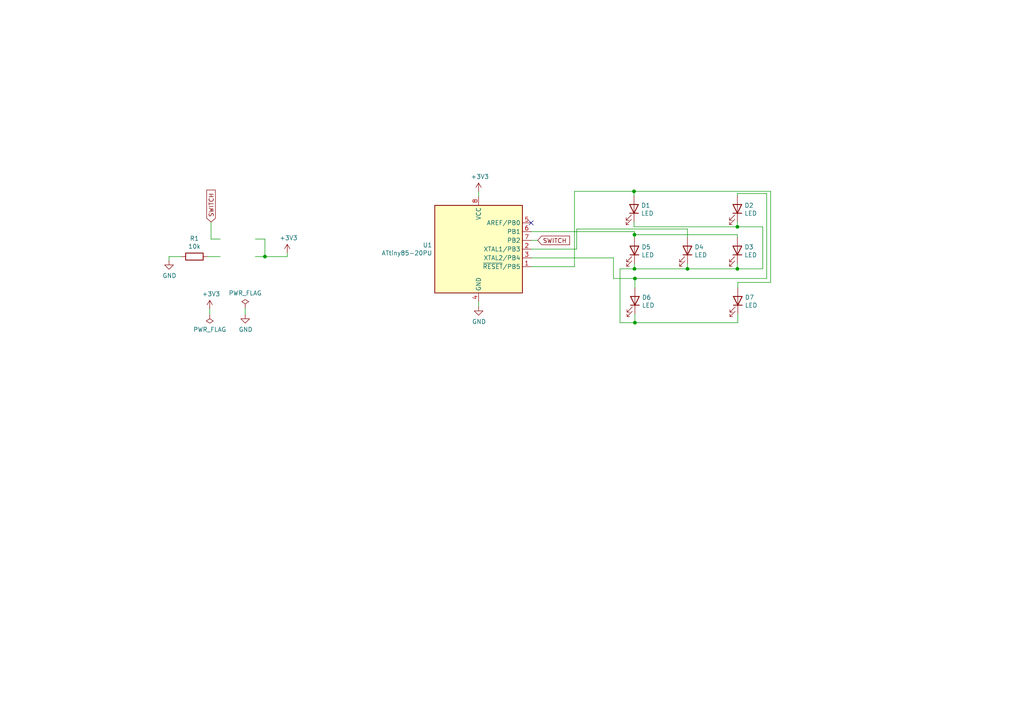
<source format=kicad_sch>
(kicad_sch (version 20211123) (generator eeschema)
  (paper "A4")
  (lib_symbols
    (symbol "Device:LED" (pin_numbers hide) (pin_names (offset 1.016) hide)
      (property "Reference" "D" (at 0 2.54 0))
      (property "Value" "LED" (at 0 -2.54 0))
      (symbol "LED_0_1"
        (polyline (pts (xy -1.27 -1.27) (xy -1.27 1.27)) (stroke (width 0.254)))
        (polyline (pts (xy -1.27 0) (xy 1.27 0)))
        (polyline (pts (xy 1.27 -1.27) (xy 1.27 1.27) (xy -1.27 0) (xy 1.27 -1.27)) (stroke (width 0.254)))
        (polyline (pts (xy -3.048 -0.762) (xy -4.572 -2.286) (xy -3.81 -2.286) (xy -4.572 -2.286) (xy -4.572 -1.524)))
        (polyline (pts (xy -1.778 -0.762) (xy -3.302 -2.286) (xy -2.54 -2.286) (xy -3.302 -2.286) (xy -3.302 -1.524)))
      )
      (symbol "LED_1_1"
        (pin passive line (at -3.81 0 0) (length 2.54) (name "K") (number "1"))
        (pin passive line (at 3.81 0 180) (length 2.54) (name "A") (number "2"))
      )
    )
    (symbol "Device:R" (pin_numbers hide) (pin_names (offset 0))
      (property "Reference" "R" (at 2.032 0 90))
      (property "Value" "R" (at 0 0 90))
      (symbol "R_0_1"
        (rectangle (start -1.016 -2.54) (end 1.016 2.54) (stroke (width 0.254)))
      )
      (symbol "R_1_1"
        (pin passive line (at 0 3.81 270) (length 1.27) (name "~") (number "1"))
        (pin passive line (at 0 -3.81 90) (length 1.27) (name "~") (number "2"))
      )
    )
    (symbol "MCU_Microchip_ATtiny:ATtiny85-20PU"
      (property "Reference" "U" (at -12.7 13.97 0))
      (property "Value" "MCU_Microchip_ATtiny_ATtiny85-20PU" (at 2.54 -13.97 0))
      (symbol "ATtiny85-20PU_0_1"
        (rectangle (start -12.7 -12.7) (end 12.7 12.7) (stroke (width 0.254)) (fill (type background)))
      )
      (symbol "ATtiny85-20PU_1_1"
        (pin bidirectional line (at 15.24 -5.08 180) (length 2.54) (name "~{RESET}/PB5") (number "1"))
        (pin bidirectional line (at 15.24 0 180) (length 2.54) (name "XTAL1/PB3") (number "2"))
        (pin bidirectional line (at 15.24 -2.54 180) (length 2.54) (name "XTAL2/PB4") (number "3"))
        (pin power_in line (at 0 -15.24 90) (length 2.54) (name "GND") (number "4"))
        (pin bidirectional line (at 15.24 7.62 180) (length 2.54) (name "AREF/PB0") (number "5"))
        (pin bidirectional line (at 15.24 5.08 180) (length 2.54) (name "PB1") (number "6"))
        (pin bidirectional line (at 15.24 2.54 180) (length 2.54) (name "PB2") (number "7"))
        (pin power_in line (at 0 15.24 270) (length 2.54) (name "VCC") (number "8"))
      )
    )
    (symbol "power:+3V3" (power) (pin_names (offset 0))
      (property "Value" "+3V3" (at 0 3.556 0))
      (symbol "+3V3_0_1"
        (polyline (pts (xy -0.762 1.27) (xy 0 2.54)))
        (polyline (pts (xy 0 0) (xy 0 2.54)))
        (polyline (pts (xy 0 2.54) (xy 0.762 1.27)))
      )
      (symbol "+3V3_1_1"
        (pin power_in line (at 0 0 90) (length 0) hide (name "+3V3") (number "1"))
      )
    )
    (symbol "power:GND" (power) (pin_names (offset 0))
      (property "Value" "GND" (at 0 -3.81 0))
      (symbol "GND_0_1"
        (polyline (pts (xy 0 0) (xy 0 -1.27) (xy 1.27 -1.27) (xy 0 -2.54) (xy -1.27 -1.27) (xy 0 -1.27)))
      )
      (symbol "GND_1_1"
        (pin power_in line (at 0 0 270) (length 0) hide (name "GND") (number "1"))
      )
    )
    (symbol "power:PWR_FLAG" (power) (pin_numbers hide) (pin_names (offset 0) hide)
      (property "Value" "PWR_FLAG" (at 0 3.81 0))
      (symbol "PWR_FLAG_0_0"
        (pin power_out line (at 0 0 90) (length 0) (name "pwr") (number "1"))
      )
      (symbol "PWR_FLAG_0_1"
        (polyline (pts (xy 0 0) (xy 0 1.27) (xy -1.016 1.905) (xy 0 2.54) (xy 1.016 1.905) (xy 0 1.27)))
      )
    )
  )
  (junction (at 76.835 74.422))
  (junction (at 213.868 77.978))
  (junction (at 183.896 55.499))
  (junction (at 184.023 77.978))
  (junction (at 184.15 80.772))
  (junction (at 184.023 68.072))
  (junction (at 199.39 77.978))
  (junction (at 213.868 65.786))
  (junction (at 184.15 93.599))
  (no_connect (at 154.051 64.643))
  (wire (pts (xy 60.198 74.422) (xy 63.881 74.422)))
  (wire (pts (xy 184.15 80.772) (xy 184.15 83.439)))
  (wire (pts (xy 74.041 69.342) (xy 76.835 69.342)))
  (wire (pts (xy 213.868 65.786) (xy 221.234 65.786)))
  (wire (pts (xy 213.995 81.915) (xy 213.995 83.439)))
  (wire (pts (xy 49.022 74.422) (xy 52.578 74.422)))
  (wire (pts (xy 154.051 74.803) (xy 177.927 74.803)))
  (wire (pts (xy 74.041 74.422) (xy 76.835 74.422)))
  (wire (pts (xy 199.39 77.978) (xy 184.023 77.978)))
  (wire (pts (xy 213.868 68.834) (xy 213.868 68.072)))
  (wire (pts (xy 138.811 87.503) (xy 138.811 88.9)))
  (wire (pts (xy 199.39 76.454) (xy 199.39 77.978)))
  (wire (pts (xy 76.835 74.422) (xy 83.312 74.422)))
  (wire (pts (xy 184.15 93.599) (xy 213.995 93.599)))
  (wire (pts (xy 179.832 93.599) (xy 184.15 93.599)))
  (wire (pts (xy 184.15 91.059) (xy 184.15 93.599)))
  (wire (pts (xy 213.868 68.072) (xy 184.023 68.072)))
  (wire (pts (xy 154.051 67.183) (xy 184.023 67.183)))
  (wire (pts (xy 221.234 65.786) (xy 221.234 77.978)))
  (wire (pts (xy 61.214 69.342) (xy 61.214 64.389)))
  (wire (pts (xy 167.259 72.263) (xy 154.051 72.263)))
  (wire (pts (xy 183.896 55.499) (xy 223.52 55.499)))
  (wire (pts (xy 183.896 55.499) (xy 166.624 55.499)))
  (wire (pts (xy 199.39 66.421) (xy 199.39 68.834)))
  (wire (pts (xy 222.377 80.772) (xy 184.15 80.772)))
  (wire (pts (xy 223.52 81.915) (xy 213.995 81.915)))
  (wire (pts (xy 213.868 65.786) (xy 213.868 64.389)))
  (wire (pts (xy 183.896 65.786) (xy 213.868 65.786)))
  (wire (pts (xy 184.023 77.978) (xy 179.832 77.978)))
  (wire (pts (xy 213.995 93.599) (xy 213.995 91.059)))
  (wire (pts (xy 222.377 56.134) (xy 222.377 80.772)))
  (wire (pts (xy 213.868 77.978) (xy 199.39 77.978)))
  (wire (pts (xy 71.12 89.408) (xy 71.12 91.186)))
  (wire (pts (xy 60.833 89.662) (xy 60.833 91.186)))
  (wire (pts (xy 63.881 69.342) (xy 61.214 69.342)))
  (wire (pts (xy 184.023 67.183) (xy 184.023 68.072)))
  (wire (pts (xy 154.051 69.723) (xy 155.956 69.723)))
  (wire (pts (xy 184.023 68.072) (xy 184.023 68.834)))
  (wire (pts (xy 223.52 55.499) (xy 223.52 81.915)))
  (wire (pts (xy 49.022 75.565) (xy 49.022 74.422)))
  (wire (pts (xy 154.051 77.343) (xy 166.624 77.343)))
  (wire (pts (xy 179.832 77.978) (xy 179.832 93.599)))
  (wire (pts (xy 199.39 66.421) (xy 167.259 66.421)))
  (wire (pts (xy 177.927 80.772) (xy 184.15 80.772)))
  (wire (pts (xy 138.811 55.626) (xy 138.811 57.023)))
  (wire (pts (xy 177.927 74.803) (xy 177.927 80.772)))
  (wire (pts (xy 213.868 76.454) (xy 213.868 77.978)))
  (wire (pts (xy 183.896 64.389) (xy 183.896 65.786)))
  (wire (pts (xy 166.624 55.499) (xy 166.624 77.343)))
  (wire (pts (xy 83.312 74.422) (xy 83.312 73.406)))
  (wire (pts (xy 184.023 76.454) (xy 184.023 77.978)))
  (wire (pts (xy 167.259 66.421) (xy 167.259 72.263)))
  (wire (pts (xy 183.896 56.769) (xy 183.896 55.499)))
  (wire (pts (xy 221.234 77.978) (xy 213.868 77.978)))
  (wire (pts (xy 213.868 56.769) (xy 213.868 56.134)))
  (wire (pts (xy 213.868 56.134) (xy 222.377 56.134)))
  (wire (pts (xy 76.835 69.342) (xy 76.835 74.422)))
  (global_label "SWITCH" (shape input) (at 155.956 69.723 0) (property "Intersheet References" "${INTERSHEET_REFS}" (effects hide)))
  (global_label "SWITCH" (shape input) (at 61.214 64.389 90) (property "Intersheet References" "${INTERSHEET_REFS}" (effects hide)))
  (symbol (lib_id "MCU_Microchip_ATtiny:ATtiny85-20PU") (at 138.811 72.263 0) (unit 1)
    (property "Reference" "U1" (at 125.3744 71.0946 0) (effects (justify right)))
    (property "Value" "ATtiny85-20PU" (at 125.3744 73.406 0) (effects (justify right)))
    (property "Footprint" "Package_DIP:DIP-8_W7.62mm" (effects hide))
    (property "Datasheet" "http://ww1.microchip.com/downloads/en/DeviceDoc/atmel-2586-avr-8-bit-microcontroller-attiny25-attiny45-attiny85_datasheet.pdf" (effects hide))
  )
  (symbol (lib_id "power:GND") (at 138.811 88.9 0) (unit 1)
    (property "Reference" "#PWR04" (effects hide))
    (property "Value" "GND" (at 138.938 93.2942 0))
  )
  (symbol (lib_id "power:+3V3") (at 138.811 55.626 0) (unit 1)
    (property "Reference" "#PWR03" (effects hide))
    (property "Value" "+3V3" (at 139.192 51.2318 0))
  )
  (symbol (lib_id "Device:R") (at 56.388 74.422 270) (unit 1)
    (property "Reference" "R1" (at 56.388 69.1642 90))
    (property "Value" "10k" (at 56.388 71.4756 90))
    (property "Footprint" "Resistor_THT:R_Axial_DIN0204_L3.6mm_D1.6mm_P5.08mm_Horizontal" (effects hide))
  )
  (symbol (lib_id "power:GND") (at 49.022 75.565 0) (unit 1)
    (property "Reference" "#PWR01" (effects hide))
    (property "Value" "GND" (at 49.149 79.9592 0))
  )
  (symbol (lib_id "power:+3V3") (at 83.312 73.406 0) (unit 1)
    (property "Reference" "#PWR02" (effects hide))
    (property "Value" "+3V3" (at 83.693 69.0118 0))
  )
  (symbol (lib_id "Device:LED") (at 183.896 60.579 270) (mirror x) (unit 1)
    (property "Reference" "D1" (at 185.928 59.5884 90) (effects (justify left)))
    (property "Value" "LED" (at 185.928 61.8998 90) (effects (justify left)))
    (property "Footprint" "LED_THT:LED_D3.0mm" (effects hide))
  )
  (symbol (lib_id "Device:LED") (at 213.868 60.579 270) (mirror x) (unit 1)
    (property "Reference" "D2" (at 215.9 59.5884 90) (effects (justify left)))
    (property "Value" "LED" (at 215.9 61.8998 90) (effects (justify left)))
    (property "Footprint" "LED_THT:LED_D3.0mm" (effects hide))
  )
  (symbol (lib_id "Device:LED") (at 184.023 72.644 270) (mirror x) (unit 1)
    (property "Reference" "D5" (at 186.055 71.6534 90) (effects (justify left)))
    (property "Value" "LED" (at 186.055 73.9648 90) (effects (justify left)))
    (property "Footprint" "LED_THT:LED_D3.0mm" (effects hide))
  )
  (symbol (lib_id "Device:LED") (at 199.39 72.644 270) (mirror x) (unit 1)
    (property "Reference" "D4" (at 201.422 71.6534 90) (effects (justify left)))
    (property "Value" "LED" (at 201.422 73.9648 90) (effects (justify left)))
    (property "Footprint" "LED_THT:LED_D3.0mm" (effects hide))
  )
  (symbol (lib_id "Device:LED") (at 213.868 72.644 270) (mirror x) (unit 1)
    (property "Reference" "D3" (at 215.9 71.6534 90) (effects (justify left)))
    (property "Value" "LED" (at 215.9 73.9648 90) (effects (justify left)))
    (property "Footprint" "LED_THT:LED_D3.0mm" (effects hide))
  )
  (symbol (lib_id "Device:LED") (at 184.15 87.249 270) (mirror x) (unit 1)
    (property "Reference" "D6" (at 186.182 86.2584 90) (effects (justify left)))
    (property "Value" "LED" (at 186.182 88.5698 90) (effects (justify left)))
    (property "Footprint" "LED_THT:LED_D3.0mm" (effects hide))
  )
  (symbol (lib_id "Device:LED") (at 213.995 87.249 270) (mirror x) (unit 1)
    (property "Reference" "D7" (at 216.027 86.2584 90) (effects (justify left)))
    (property "Value" "LED" (at 216.027 88.5698 90) (effects (justify left)))
    (property "Footprint" "LED_THT:LED_D3.0mm" (effects hide))
  )
  (symbol (lib_id "power:PWR_FLAG") (at 71.12 89.408 0) (unit 1)
    (property "Reference" "#FLG02" (effects hide))
    (property "Value" "PWR_FLAG" (at 71.12 85.0138 0))
  )
  (symbol (lib_id "power:PWR_FLAG") (at 60.833 91.186 180) (unit 1)
    (property "Reference" "#FLG01" (effects hide))
    (property "Value" "PWR_FLAG" (at 60.833 95.5802 0))
  )
  (symbol (lib_id "power:GND") (at 71.12 91.186 0) (unit 1)
    (property "Reference" "#PWR06" (effects hide))
    (property "Value" "GND" (at 71.247 95.5802 0))
  )
  (symbol (lib_id "power:+3V3") (at 60.833 89.662 0) (unit 1)
    (property "Reference" "#PWR05" (effects hide))
    (property "Value" "+3V3" (at 61.214 85.2678 0))
  )
)
</source>
